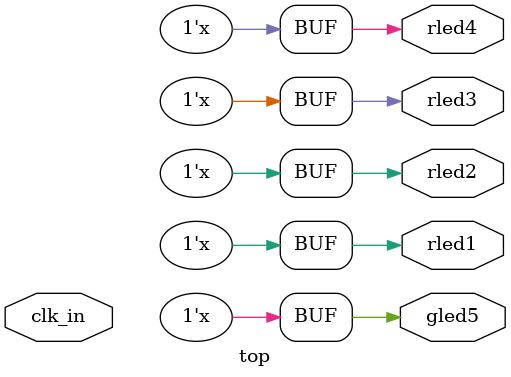
<source format=v>
module top (
            input wire clk_in,
            output wire rled1,
            output wire rled2,
            output wire rled3,
            output wire rled4,
            output wire gled5
           );

  reg [31 : 0] counter_reg = 32'b0;

  assign rled1 = counter[21];
  assign rled2 = counter[22];
  assign rled3 = counter[23];
  assign rled4 = counter[24];
  assign gled5 = counter[25];

  always @ (posedge hwclk)
    begin
      counter_reg <= counter_reg + 1;
    end

endmodule // top

</source>
